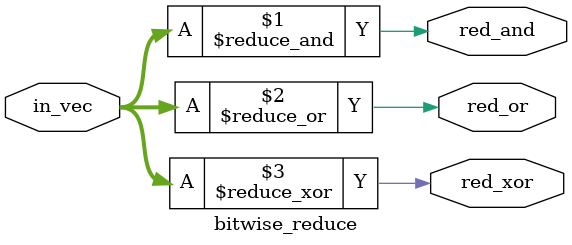
<source format=sv>


module bitwise_reduce (
    input  wire [7:0] in_vec,
    output wire       red_and,
    output wire       red_or,
    output wire       red_xor
);
    assign red_and = &in_vec;
    assign red_or  = |in_vec;
    assign red_xor = ^in_vec;
endmodule

</source>
